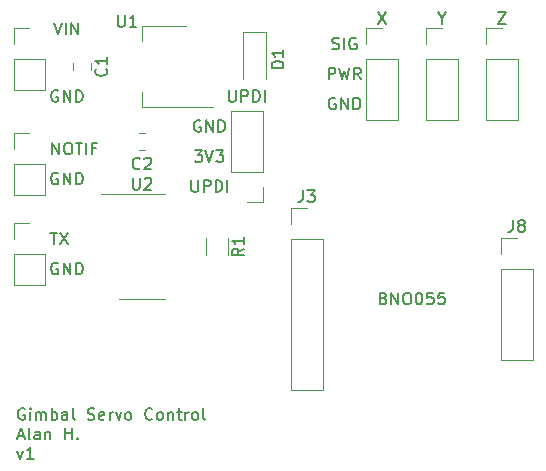
<source format=gbr>
%TF.GenerationSoftware,KiCad,Pcbnew,(5.1.9)-1*%
%TF.CreationDate,2022-01-25T19:09:39-05:00*%
%TF.ProjectId,gimbal,67696d62-616c-42e6-9b69-6361645f7063,rev?*%
%TF.SameCoordinates,Original*%
%TF.FileFunction,Legend,Top*%
%TF.FilePolarity,Positive*%
%FSLAX46Y46*%
G04 Gerber Fmt 4.6, Leading zero omitted, Abs format (unit mm)*
G04 Created by KiCad (PCBNEW (5.1.9)-1) date 2022-01-25 19:09:39*
%MOMM*%
%LPD*%
G01*
G04 APERTURE LIST*
%ADD10C,0.150000*%
%ADD11C,0.120000*%
G04 APERTURE END LIST*
D10*
X158885238Y-99623571D02*
X159028095Y-99671190D01*
X159075714Y-99718809D01*
X159123333Y-99814047D01*
X159123333Y-99956904D01*
X159075714Y-100052142D01*
X159028095Y-100099761D01*
X158932857Y-100147380D01*
X158551904Y-100147380D01*
X158551904Y-99147380D01*
X158885238Y-99147380D01*
X158980476Y-99195000D01*
X159028095Y-99242619D01*
X159075714Y-99337857D01*
X159075714Y-99433095D01*
X159028095Y-99528333D01*
X158980476Y-99575952D01*
X158885238Y-99623571D01*
X158551904Y-99623571D01*
X159551904Y-100147380D02*
X159551904Y-99147380D01*
X160123333Y-100147380D01*
X160123333Y-99147380D01*
X160790000Y-99147380D02*
X160980476Y-99147380D01*
X161075714Y-99195000D01*
X161170952Y-99290238D01*
X161218571Y-99480714D01*
X161218571Y-99814047D01*
X161170952Y-100004523D01*
X161075714Y-100099761D01*
X160980476Y-100147380D01*
X160790000Y-100147380D01*
X160694761Y-100099761D01*
X160599523Y-100004523D01*
X160551904Y-99814047D01*
X160551904Y-99480714D01*
X160599523Y-99290238D01*
X160694761Y-99195000D01*
X160790000Y-99147380D01*
X161837619Y-99147380D02*
X161932857Y-99147380D01*
X162028095Y-99195000D01*
X162075714Y-99242619D01*
X162123333Y-99337857D01*
X162170952Y-99528333D01*
X162170952Y-99766428D01*
X162123333Y-99956904D01*
X162075714Y-100052142D01*
X162028095Y-100099761D01*
X161932857Y-100147380D01*
X161837619Y-100147380D01*
X161742380Y-100099761D01*
X161694761Y-100052142D01*
X161647142Y-99956904D01*
X161599523Y-99766428D01*
X161599523Y-99528333D01*
X161647142Y-99337857D01*
X161694761Y-99242619D01*
X161742380Y-99195000D01*
X161837619Y-99147380D01*
X163075714Y-99147380D02*
X162599523Y-99147380D01*
X162551904Y-99623571D01*
X162599523Y-99575952D01*
X162694761Y-99528333D01*
X162932857Y-99528333D01*
X163028095Y-99575952D01*
X163075714Y-99623571D01*
X163123333Y-99718809D01*
X163123333Y-99956904D01*
X163075714Y-100052142D01*
X163028095Y-100099761D01*
X162932857Y-100147380D01*
X162694761Y-100147380D01*
X162599523Y-100099761D01*
X162551904Y-100052142D01*
X164028095Y-99147380D02*
X163551904Y-99147380D01*
X163504285Y-99623571D01*
X163551904Y-99575952D01*
X163647142Y-99528333D01*
X163885238Y-99528333D01*
X163980476Y-99575952D01*
X164028095Y-99623571D01*
X164075714Y-99718809D01*
X164075714Y-99956904D01*
X164028095Y-100052142D01*
X163980476Y-100099761D01*
X163885238Y-100147380D01*
X163647142Y-100147380D01*
X163551904Y-100099761D01*
X163504285Y-100052142D01*
X128494404Y-108975000D02*
X128399166Y-108927380D01*
X128256309Y-108927380D01*
X128113452Y-108975000D01*
X128018214Y-109070238D01*
X127970595Y-109165476D01*
X127922976Y-109355952D01*
X127922976Y-109498809D01*
X127970595Y-109689285D01*
X128018214Y-109784523D01*
X128113452Y-109879761D01*
X128256309Y-109927380D01*
X128351547Y-109927380D01*
X128494404Y-109879761D01*
X128542023Y-109832142D01*
X128542023Y-109498809D01*
X128351547Y-109498809D01*
X128970595Y-109927380D02*
X128970595Y-109260714D01*
X128970595Y-108927380D02*
X128922976Y-108975000D01*
X128970595Y-109022619D01*
X129018214Y-108975000D01*
X128970595Y-108927380D01*
X128970595Y-109022619D01*
X129446785Y-109927380D02*
X129446785Y-109260714D01*
X129446785Y-109355952D02*
X129494404Y-109308333D01*
X129589642Y-109260714D01*
X129732500Y-109260714D01*
X129827738Y-109308333D01*
X129875357Y-109403571D01*
X129875357Y-109927380D01*
X129875357Y-109403571D02*
X129922976Y-109308333D01*
X130018214Y-109260714D01*
X130161071Y-109260714D01*
X130256309Y-109308333D01*
X130303928Y-109403571D01*
X130303928Y-109927380D01*
X130780119Y-109927380D02*
X130780119Y-108927380D01*
X130780119Y-109308333D02*
X130875357Y-109260714D01*
X131065833Y-109260714D01*
X131161071Y-109308333D01*
X131208690Y-109355952D01*
X131256309Y-109451190D01*
X131256309Y-109736904D01*
X131208690Y-109832142D01*
X131161071Y-109879761D01*
X131065833Y-109927380D01*
X130875357Y-109927380D01*
X130780119Y-109879761D01*
X132113452Y-109927380D02*
X132113452Y-109403571D01*
X132065833Y-109308333D01*
X131970595Y-109260714D01*
X131780119Y-109260714D01*
X131684880Y-109308333D01*
X132113452Y-109879761D02*
X132018214Y-109927380D01*
X131780119Y-109927380D01*
X131684880Y-109879761D01*
X131637261Y-109784523D01*
X131637261Y-109689285D01*
X131684880Y-109594047D01*
X131780119Y-109546428D01*
X132018214Y-109546428D01*
X132113452Y-109498809D01*
X132732500Y-109927380D02*
X132637261Y-109879761D01*
X132589642Y-109784523D01*
X132589642Y-108927380D01*
X133827738Y-109879761D02*
X133970595Y-109927380D01*
X134208690Y-109927380D01*
X134303928Y-109879761D01*
X134351547Y-109832142D01*
X134399166Y-109736904D01*
X134399166Y-109641666D01*
X134351547Y-109546428D01*
X134303928Y-109498809D01*
X134208690Y-109451190D01*
X134018214Y-109403571D01*
X133922976Y-109355952D01*
X133875357Y-109308333D01*
X133827738Y-109213095D01*
X133827738Y-109117857D01*
X133875357Y-109022619D01*
X133922976Y-108975000D01*
X134018214Y-108927380D01*
X134256309Y-108927380D01*
X134399166Y-108975000D01*
X135208690Y-109879761D02*
X135113452Y-109927380D01*
X134922976Y-109927380D01*
X134827738Y-109879761D01*
X134780119Y-109784523D01*
X134780119Y-109403571D01*
X134827738Y-109308333D01*
X134922976Y-109260714D01*
X135113452Y-109260714D01*
X135208690Y-109308333D01*
X135256309Y-109403571D01*
X135256309Y-109498809D01*
X134780119Y-109594047D01*
X135684880Y-109927380D02*
X135684880Y-109260714D01*
X135684880Y-109451190D02*
X135732500Y-109355952D01*
X135780119Y-109308333D01*
X135875357Y-109260714D01*
X135970595Y-109260714D01*
X136208690Y-109260714D02*
X136446785Y-109927380D01*
X136684880Y-109260714D01*
X137208690Y-109927380D02*
X137113452Y-109879761D01*
X137065833Y-109832142D01*
X137018214Y-109736904D01*
X137018214Y-109451190D01*
X137065833Y-109355952D01*
X137113452Y-109308333D01*
X137208690Y-109260714D01*
X137351547Y-109260714D01*
X137446785Y-109308333D01*
X137494404Y-109355952D01*
X137542023Y-109451190D01*
X137542023Y-109736904D01*
X137494404Y-109832142D01*
X137446785Y-109879761D01*
X137351547Y-109927380D01*
X137208690Y-109927380D01*
X139303928Y-109832142D02*
X139256309Y-109879761D01*
X139113452Y-109927380D01*
X139018214Y-109927380D01*
X138875357Y-109879761D01*
X138780119Y-109784523D01*
X138732500Y-109689285D01*
X138684880Y-109498809D01*
X138684880Y-109355952D01*
X138732500Y-109165476D01*
X138780119Y-109070238D01*
X138875357Y-108975000D01*
X139018214Y-108927380D01*
X139113452Y-108927380D01*
X139256309Y-108975000D01*
X139303928Y-109022619D01*
X139875357Y-109927380D02*
X139780119Y-109879761D01*
X139732500Y-109832142D01*
X139684880Y-109736904D01*
X139684880Y-109451190D01*
X139732500Y-109355952D01*
X139780119Y-109308333D01*
X139875357Y-109260714D01*
X140018214Y-109260714D01*
X140113452Y-109308333D01*
X140161071Y-109355952D01*
X140208690Y-109451190D01*
X140208690Y-109736904D01*
X140161071Y-109832142D01*
X140113452Y-109879761D01*
X140018214Y-109927380D01*
X139875357Y-109927380D01*
X140637261Y-109260714D02*
X140637261Y-109927380D01*
X140637261Y-109355952D02*
X140684880Y-109308333D01*
X140780119Y-109260714D01*
X140922976Y-109260714D01*
X141018214Y-109308333D01*
X141065833Y-109403571D01*
X141065833Y-109927380D01*
X141399166Y-109260714D02*
X141780119Y-109260714D01*
X141542023Y-108927380D02*
X141542023Y-109784523D01*
X141589642Y-109879761D01*
X141684880Y-109927380D01*
X141780119Y-109927380D01*
X142113452Y-109927380D02*
X142113452Y-109260714D01*
X142113452Y-109451190D02*
X142161071Y-109355952D01*
X142208690Y-109308333D01*
X142303928Y-109260714D01*
X142399166Y-109260714D01*
X142875357Y-109927380D02*
X142780119Y-109879761D01*
X142732500Y-109832142D01*
X142684880Y-109736904D01*
X142684880Y-109451190D01*
X142732500Y-109355952D01*
X142780119Y-109308333D01*
X142875357Y-109260714D01*
X143018214Y-109260714D01*
X143113452Y-109308333D01*
X143161071Y-109355952D01*
X143208690Y-109451190D01*
X143208690Y-109736904D01*
X143161071Y-109832142D01*
X143113452Y-109879761D01*
X143018214Y-109927380D01*
X142875357Y-109927380D01*
X143780119Y-109927380D02*
X143684880Y-109879761D01*
X143637261Y-109784523D01*
X143637261Y-108927380D01*
X127922976Y-111291666D02*
X128399166Y-111291666D01*
X127827738Y-111577380D02*
X128161071Y-110577380D01*
X128494404Y-111577380D01*
X128970595Y-111577380D02*
X128875357Y-111529761D01*
X128827738Y-111434523D01*
X128827738Y-110577380D01*
X129780119Y-111577380D02*
X129780119Y-111053571D01*
X129732500Y-110958333D01*
X129637261Y-110910714D01*
X129446785Y-110910714D01*
X129351547Y-110958333D01*
X129780119Y-111529761D02*
X129684880Y-111577380D01*
X129446785Y-111577380D01*
X129351547Y-111529761D01*
X129303928Y-111434523D01*
X129303928Y-111339285D01*
X129351547Y-111244047D01*
X129446785Y-111196428D01*
X129684880Y-111196428D01*
X129780119Y-111148809D01*
X130256309Y-110910714D02*
X130256309Y-111577380D01*
X130256309Y-111005952D02*
X130303928Y-110958333D01*
X130399166Y-110910714D01*
X130542023Y-110910714D01*
X130637261Y-110958333D01*
X130684880Y-111053571D01*
X130684880Y-111577380D01*
X131922976Y-111577380D02*
X131922976Y-110577380D01*
X131922976Y-111053571D02*
X132494404Y-111053571D01*
X132494404Y-111577380D02*
X132494404Y-110577380D01*
X132970595Y-111482142D02*
X133018214Y-111529761D01*
X132970595Y-111577380D01*
X132922976Y-111529761D01*
X132970595Y-111482142D01*
X132970595Y-111577380D01*
X127875357Y-112560714D02*
X128113452Y-113227380D01*
X128351547Y-112560714D01*
X129256309Y-113227380D02*
X128684880Y-113227380D01*
X128970595Y-113227380D02*
X128970595Y-112227380D01*
X128875357Y-112370238D01*
X128780119Y-112465476D01*
X128684880Y-112513095D01*
X145796190Y-82002380D02*
X145796190Y-82811904D01*
X145843809Y-82907142D01*
X145891428Y-82954761D01*
X145986666Y-83002380D01*
X146177142Y-83002380D01*
X146272380Y-82954761D01*
X146320000Y-82907142D01*
X146367619Y-82811904D01*
X146367619Y-82002380D01*
X146843809Y-83002380D02*
X146843809Y-82002380D01*
X147224761Y-82002380D01*
X147320000Y-82050000D01*
X147367619Y-82097619D01*
X147415238Y-82192857D01*
X147415238Y-82335714D01*
X147367619Y-82430952D01*
X147320000Y-82478571D01*
X147224761Y-82526190D01*
X146843809Y-82526190D01*
X147843809Y-83002380D02*
X147843809Y-82002380D01*
X148081904Y-82002380D01*
X148224761Y-82050000D01*
X148320000Y-82145238D01*
X148367619Y-82240476D01*
X148415238Y-82430952D01*
X148415238Y-82573809D01*
X148367619Y-82764285D01*
X148320000Y-82859523D01*
X148224761Y-82954761D01*
X148081904Y-83002380D01*
X147843809Y-83002380D01*
X148843809Y-83002380D02*
X148843809Y-82002380D01*
X131318095Y-96655000D02*
X131222857Y-96607380D01*
X131080000Y-96607380D01*
X130937142Y-96655000D01*
X130841904Y-96750238D01*
X130794285Y-96845476D01*
X130746666Y-97035952D01*
X130746666Y-97178809D01*
X130794285Y-97369285D01*
X130841904Y-97464523D01*
X130937142Y-97559761D01*
X131080000Y-97607380D01*
X131175238Y-97607380D01*
X131318095Y-97559761D01*
X131365714Y-97512142D01*
X131365714Y-97178809D01*
X131175238Y-97178809D01*
X131794285Y-97607380D02*
X131794285Y-96607380D01*
X132365714Y-97607380D01*
X132365714Y-96607380D01*
X132841904Y-97607380D02*
X132841904Y-96607380D01*
X133080000Y-96607380D01*
X133222857Y-96655000D01*
X133318095Y-96750238D01*
X133365714Y-96845476D01*
X133413333Y-97035952D01*
X133413333Y-97178809D01*
X133365714Y-97369285D01*
X133318095Y-97464523D01*
X133222857Y-97559761D01*
X133080000Y-97607380D01*
X132841904Y-97607380D01*
X130683095Y-94067380D02*
X131254523Y-94067380D01*
X130968809Y-95067380D02*
X130968809Y-94067380D01*
X131492619Y-94067380D02*
X132159285Y-95067380D01*
X132159285Y-94067380D02*
X131492619Y-95067380D01*
X131318095Y-89035000D02*
X131222857Y-88987380D01*
X131080000Y-88987380D01*
X130937142Y-89035000D01*
X130841904Y-89130238D01*
X130794285Y-89225476D01*
X130746666Y-89415952D01*
X130746666Y-89558809D01*
X130794285Y-89749285D01*
X130841904Y-89844523D01*
X130937142Y-89939761D01*
X131080000Y-89987380D01*
X131175238Y-89987380D01*
X131318095Y-89939761D01*
X131365714Y-89892142D01*
X131365714Y-89558809D01*
X131175238Y-89558809D01*
X131794285Y-89987380D02*
X131794285Y-88987380D01*
X132365714Y-89987380D01*
X132365714Y-88987380D01*
X132841904Y-89987380D02*
X132841904Y-88987380D01*
X133080000Y-88987380D01*
X133222857Y-89035000D01*
X133318095Y-89130238D01*
X133365714Y-89225476D01*
X133413333Y-89415952D01*
X133413333Y-89558809D01*
X133365714Y-89749285D01*
X133318095Y-89844523D01*
X133222857Y-89939761D01*
X133080000Y-89987380D01*
X132841904Y-89987380D01*
X130857857Y-87447380D02*
X130857857Y-86447380D01*
X131429285Y-87447380D01*
X131429285Y-86447380D01*
X132095952Y-86447380D02*
X132286428Y-86447380D01*
X132381666Y-86495000D01*
X132476904Y-86590238D01*
X132524523Y-86780714D01*
X132524523Y-87114047D01*
X132476904Y-87304523D01*
X132381666Y-87399761D01*
X132286428Y-87447380D01*
X132095952Y-87447380D01*
X132000714Y-87399761D01*
X131905476Y-87304523D01*
X131857857Y-87114047D01*
X131857857Y-86780714D01*
X131905476Y-86590238D01*
X132000714Y-86495000D01*
X132095952Y-86447380D01*
X132810238Y-86447380D02*
X133381666Y-86447380D01*
X133095952Y-87447380D02*
X133095952Y-86447380D01*
X133715000Y-87447380D02*
X133715000Y-86447380D01*
X134524523Y-86923571D02*
X134191190Y-86923571D01*
X134191190Y-87447380D02*
X134191190Y-86447380D01*
X134667380Y-86447380D01*
X131318095Y-82050000D02*
X131222857Y-82002380D01*
X131080000Y-82002380D01*
X130937142Y-82050000D01*
X130841904Y-82145238D01*
X130794285Y-82240476D01*
X130746666Y-82430952D01*
X130746666Y-82573809D01*
X130794285Y-82764285D01*
X130841904Y-82859523D01*
X130937142Y-82954761D01*
X131080000Y-83002380D01*
X131175238Y-83002380D01*
X131318095Y-82954761D01*
X131365714Y-82907142D01*
X131365714Y-82573809D01*
X131175238Y-82573809D01*
X131794285Y-83002380D02*
X131794285Y-82002380D01*
X132365714Y-83002380D01*
X132365714Y-82002380D01*
X132841904Y-83002380D02*
X132841904Y-82002380D01*
X133080000Y-82002380D01*
X133222857Y-82050000D01*
X133318095Y-82145238D01*
X133365714Y-82240476D01*
X133413333Y-82430952D01*
X133413333Y-82573809D01*
X133365714Y-82764285D01*
X133318095Y-82859523D01*
X133222857Y-82954761D01*
X133080000Y-83002380D01*
X132841904Y-83002380D01*
X154813095Y-82685000D02*
X154717857Y-82637380D01*
X154575000Y-82637380D01*
X154432142Y-82685000D01*
X154336904Y-82780238D01*
X154289285Y-82875476D01*
X154241666Y-83065952D01*
X154241666Y-83208809D01*
X154289285Y-83399285D01*
X154336904Y-83494523D01*
X154432142Y-83589761D01*
X154575000Y-83637380D01*
X154670238Y-83637380D01*
X154813095Y-83589761D01*
X154860714Y-83542142D01*
X154860714Y-83208809D01*
X154670238Y-83208809D01*
X155289285Y-83637380D02*
X155289285Y-82637380D01*
X155860714Y-83637380D01*
X155860714Y-82637380D01*
X156336904Y-83637380D02*
X156336904Y-82637380D01*
X156575000Y-82637380D01*
X156717857Y-82685000D01*
X156813095Y-82780238D01*
X156860714Y-82875476D01*
X156908333Y-83065952D01*
X156908333Y-83208809D01*
X156860714Y-83399285D01*
X156813095Y-83494523D01*
X156717857Y-83589761D01*
X156575000Y-83637380D01*
X156336904Y-83637380D01*
X154241666Y-81097380D02*
X154241666Y-80097380D01*
X154622619Y-80097380D01*
X154717857Y-80145000D01*
X154765476Y-80192619D01*
X154813095Y-80287857D01*
X154813095Y-80430714D01*
X154765476Y-80525952D01*
X154717857Y-80573571D01*
X154622619Y-80621190D01*
X154241666Y-80621190D01*
X155146428Y-80097380D02*
X155384523Y-81097380D01*
X155575000Y-80383095D01*
X155765476Y-81097380D01*
X156003571Y-80097380D01*
X156955952Y-81097380D02*
X156622619Y-80621190D01*
X156384523Y-81097380D02*
X156384523Y-80097380D01*
X156765476Y-80097380D01*
X156860714Y-80145000D01*
X156908333Y-80192619D01*
X156955952Y-80287857D01*
X156955952Y-80430714D01*
X156908333Y-80525952D01*
X156860714Y-80573571D01*
X156765476Y-80621190D01*
X156384523Y-80621190D01*
X154551190Y-78509761D02*
X154694047Y-78557380D01*
X154932142Y-78557380D01*
X155027380Y-78509761D01*
X155075000Y-78462142D01*
X155122619Y-78366904D01*
X155122619Y-78271666D01*
X155075000Y-78176428D01*
X155027380Y-78128809D01*
X154932142Y-78081190D01*
X154741666Y-78033571D01*
X154646428Y-77985952D01*
X154598809Y-77938333D01*
X154551190Y-77843095D01*
X154551190Y-77747857D01*
X154598809Y-77652619D01*
X154646428Y-77605000D01*
X154741666Y-77557380D01*
X154979761Y-77557380D01*
X155122619Y-77605000D01*
X155551190Y-78557380D02*
X155551190Y-77557380D01*
X156551190Y-77605000D02*
X156455952Y-77557380D01*
X156313095Y-77557380D01*
X156170238Y-77605000D01*
X156075000Y-77700238D01*
X156027380Y-77795476D01*
X155979761Y-77985952D01*
X155979761Y-78128809D01*
X156027380Y-78319285D01*
X156075000Y-78414523D01*
X156170238Y-78509761D01*
X156313095Y-78557380D01*
X156408333Y-78557380D01*
X156551190Y-78509761D01*
X156598809Y-78462142D01*
X156598809Y-78128809D01*
X156408333Y-78128809D01*
X142621190Y-89622380D02*
X142621190Y-90431904D01*
X142668809Y-90527142D01*
X142716428Y-90574761D01*
X142811666Y-90622380D01*
X143002142Y-90622380D01*
X143097380Y-90574761D01*
X143145000Y-90527142D01*
X143192619Y-90431904D01*
X143192619Y-89622380D01*
X143668809Y-90622380D02*
X143668809Y-89622380D01*
X144049761Y-89622380D01*
X144145000Y-89670000D01*
X144192619Y-89717619D01*
X144240238Y-89812857D01*
X144240238Y-89955714D01*
X144192619Y-90050952D01*
X144145000Y-90098571D01*
X144049761Y-90146190D01*
X143668809Y-90146190D01*
X144668809Y-90622380D02*
X144668809Y-89622380D01*
X144906904Y-89622380D01*
X145049761Y-89670000D01*
X145145000Y-89765238D01*
X145192619Y-89860476D01*
X145240238Y-90050952D01*
X145240238Y-90193809D01*
X145192619Y-90384285D01*
X145145000Y-90479523D01*
X145049761Y-90574761D01*
X144906904Y-90622380D01*
X144668809Y-90622380D01*
X145668809Y-90622380D02*
X145668809Y-89622380D01*
X142906904Y-87082380D02*
X143525952Y-87082380D01*
X143192619Y-87463333D01*
X143335476Y-87463333D01*
X143430714Y-87510952D01*
X143478333Y-87558571D01*
X143525952Y-87653809D01*
X143525952Y-87891904D01*
X143478333Y-87987142D01*
X143430714Y-88034761D01*
X143335476Y-88082380D01*
X143049761Y-88082380D01*
X142954523Y-88034761D01*
X142906904Y-87987142D01*
X143811666Y-87082380D02*
X144145000Y-88082380D01*
X144478333Y-87082380D01*
X144716428Y-87082380D02*
X145335476Y-87082380D01*
X145002142Y-87463333D01*
X145145000Y-87463333D01*
X145240238Y-87510952D01*
X145287857Y-87558571D01*
X145335476Y-87653809D01*
X145335476Y-87891904D01*
X145287857Y-87987142D01*
X145240238Y-88034761D01*
X145145000Y-88082380D01*
X144859285Y-88082380D01*
X144764047Y-88034761D01*
X144716428Y-87987142D01*
X143383095Y-84590000D02*
X143287857Y-84542380D01*
X143145000Y-84542380D01*
X143002142Y-84590000D01*
X142906904Y-84685238D01*
X142859285Y-84780476D01*
X142811666Y-84970952D01*
X142811666Y-85113809D01*
X142859285Y-85304285D01*
X142906904Y-85399523D01*
X143002142Y-85494761D01*
X143145000Y-85542380D01*
X143240238Y-85542380D01*
X143383095Y-85494761D01*
X143430714Y-85447142D01*
X143430714Y-85113809D01*
X143240238Y-85113809D01*
X143859285Y-85542380D02*
X143859285Y-84542380D01*
X144430714Y-85542380D01*
X144430714Y-84542380D01*
X144906904Y-85542380D02*
X144906904Y-84542380D01*
X145145000Y-84542380D01*
X145287857Y-84590000D01*
X145383095Y-84685238D01*
X145430714Y-84780476D01*
X145478333Y-84970952D01*
X145478333Y-85113809D01*
X145430714Y-85304285D01*
X145383095Y-85399523D01*
X145287857Y-85494761D01*
X145145000Y-85542380D01*
X144906904Y-85542380D01*
X130984761Y-76287380D02*
X131318095Y-77287380D01*
X131651428Y-76287380D01*
X131984761Y-77287380D02*
X131984761Y-76287380D01*
X132460952Y-77287380D02*
X132460952Y-76287380D01*
X133032380Y-77287380D01*
X133032380Y-76287380D01*
X168576666Y-75398380D02*
X169243333Y-75398380D01*
X168576666Y-76398380D01*
X169243333Y-76398380D01*
X163830000Y-75922190D02*
X163830000Y-76398380D01*
X163496666Y-75398380D02*
X163830000Y-75922190D01*
X164163333Y-75398380D01*
X158416666Y-75398380D02*
X159083333Y-76398380D01*
X159083333Y-75398380D02*
X158416666Y-76398380D01*
D11*
%TO.C,U2*%
X138430000Y-99685000D02*
X140380000Y-99685000D01*
X138430000Y-99685000D02*
X136480000Y-99685000D01*
X138430000Y-90815000D02*
X140380000Y-90815000D01*
X138430000Y-90815000D02*
X134980000Y-90815000D01*
%TO.C,U1*%
X138425000Y-76600000D02*
X138425000Y-77860000D01*
X138425000Y-83420000D02*
X138425000Y-82160000D01*
X142185000Y-76600000D02*
X138425000Y-76600000D01*
X144435000Y-83420000D02*
X138425000Y-83420000D01*
%TO.C,R1*%
X145690000Y-94522936D02*
X145690000Y-95977064D01*
X143870000Y-94522936D02*
X143870000Y-95977064D01*
%TO.C,J9*%
X167580000Y-84515000D02*
X170240000Y-84515000D01*
X167580000Y-79375000D02*
X167580000Y-84515000D01*
X170240000Y-79375000D02*
X170240000Y-84515000D01*
X167580000Y-79375000D02*
X170240000Y-79375000D01*
X167580000Y-78105000D02*
X167580000Y-76775000D01*
X167580000Y-76775000D02*
X168910000Y-76775000D01*
%TO.C,J8*%
X168850000Y-104835000D02*
X171510000Y-104835000D01*
X168850000Y-97155000D02*
X168850000Y-104835000D01*
X171510000Y-97155000D02*
X171510000Y-104835000D01*
X168850000Y-97155000D02*
X171510000Y-97155000D01*
X168850000Y-95885000D02*
X168850000Y-94555000D01*
X168850000Y-94555000D02*
X170180000Y-94555000D01*
%TO.C,J7*%
X162500000Y-84515000D02*
X165160000Y-84515000D01*
X162500000Y-79375000D02*
X162500000Y-84515000D01*
X165160000Y-79375000D02*
X165160000Y-84515000D01*
X162500000Y-79375000D02*
X165160000Y-79375000D01*
X162500000Y-78105000D02*
X162500000Y-76775000D01*
X162500000Y-76775000D02*
X163830000Y-76775000D01*
%TO.C,J6*%
X127575000Y-90865000D02*
X130235000Y-90865000D01*
X127575000Y-88265000D02*
X127575000Y-90865000D01*
X130235000Y-88265000D02*
X130235000Y-90865000D01*
X127575000Y-88265000D02*
X130235000Y-88265000D01*
X127575000Y-86995000D02*
X127575000Y-85665000D01*
X127575000Y-85665000D02*
X128905000Y-85665000D01*
%TO.C,J5*%
X127575000Y-98485000D02*
X130235000Y-98485000D01*
X127575000Y-95885000D02*
X127575000Y-98485000D01*
X130235000Y-95885000D02*
X130235000Y-98485000D01*
X127575000Y-95885000D02*
X130235000Y-95885000D01*
X127575000Y-94615000D02*
X127575000Y-93285000D01*
X127575000Y-93285000D02*
X128905000Y-93285000D01*
%TO.C,J4*%
X157420000Y-84515000D02*
X160080000Y-84515000D01*
X157420000Y-79375000D02*
X157420000Y-84515000D01*
X160080000Y-79375000D02*
X160080000Y-84515000D01*
X157420000Y-79375000D02*
X160080000Y-79375000D01*
X157420000Y-78105000D02*
X157420000Y-76775000D01*
X157420000Y-76775000D02*
X158750000Y-76775000D01*
%TO.C,J3*%
X151070000Y-107375000D02*
X153730000Y-107375000D01*
X151070000Y-94615000D02*
X151070000Y-107375000D01*
X153730000Y-94615000D02*
X153730000Y-107375000D01*
X151070000Y-94615000D02*
X153730000Y-94615000D01*
X151070000Y-93345000D02*
X151070000Y-92015000D01*
X151070000Y-92015000D02*
X152400000Y-92015000D01*
%TO.C,J2*%
X148650000Y-83760000D02*
X145990000Y-83760000D01*
X148650000Y-88900000D02*
X148650000Y-83760000D01*
X145990000Y-88900000D02*
X145990000Y-83760000D01*
X148650000Y-88900000D02*
X145990000Y-88900000D01*
X148650000Y-90170000D02*
X148650000Y-91500000D01*
X148650000Y-91500000D02*
X147320000Y-91500000D01*
%TO.C,J1*%
X127575000Y-81975000D02*
X130235000Y-81975000D01*
X127575000Y-79375000D02*
X127575000Y-81975000D01*
X130235000Y-79375000D02*
X130235000Y-81975000D01*
X127575000Y-79375000D02*
X130235000Y-79375000D01*
X127575000Y-78105000D02*
X127575000Y-76775000D01*
X127575000Y-76775000D02*
X128905000Y-76775000D01*
%TO.C,D1*%
X148955000Y-77125000D02*
X146955000Y-77125000D01*
X146955000Y-77125000D02*
X146955000Y-81025000D01*
X148955000Y-77125000D02*
X148955000Y-81025000D01*
%TO.C,C2*%
X138168748Y-85625000D02*
X138691252Y-85625000D01*
X138168748Y-87095000D02*
X138691252Y-87095000D01*
%TO.C,C1*%
X134085000Y-79748748D02*
X134085000Y-80271252D01*
X132615000Y-79748748D02*
X132615000Y-80271252D01*
%TO.C,U2*%
D10*
X137668095Y-89422380D02*
X137668095Y-90231904D01*
X137715714Y-90327142D01*
X137763333Y-90374761D01*
X137858571Y-90422380D01*
X138049047Y-90422380D01*
X138144285Y-90374761D01*
X138191904Y-90327142D01*
X138239523Y-90231904D01*
X138239523Y-89422380D01*
X138668095Y-89517619D02*
X138715714Y-89470000D01*
X138810952Y-89422380D01*
X139049047Y-89422380D01*
X139144285Y-89470000D01*
X139191904Y-89517619D01*
X139239523Y-89612857D01*
X139239523Y-89708095D01*
X139191904Y-89850952D01*
X138620476Y-90422380D01*
X139239523Y-90422380D01*
%TO.C,U1*%
X136398095Y-75652380D02*
X136398095Y-76461904D01*
X136445714Y-76557142D01*
X136493333Y-76604761D01*
X136588571Y-76652380D01*
X136779047Y-76652380D01*
X136874285Y-76604761D01*
X136921904Y-76557142D01*
X136969523Y-76461904D01*
X136969523Y-75652380D01*
X137969523Y-76652380D02*
X137398095Y-76652380D01*
X137683809Y-76652380D02*
X137683809Y-75652380D01*
X137588571Y-75795238D01*
X137493333Y-75890476D01*
X137398095Y-75938095D01*
%TO.C,R1*%
X147052380Y-95416666D02*
X146576190Y-95750000D01*
X147052380Y-95988095D02*
X146052380Y-95988095D01*
X146052380Y-95607142D01*
X146100000Y-95511904D01*
X146147619Y-95464285D01*
X146242857Y-95416666D01*
X146385714Y-95416666D01*
X146480952Y-95464285D01*
X146528571Y-95511904D01*
X146576190Y-95607142D01*
X146576190Y-95988095D01*
X147052380Y-94464285D02*
X147052380Y-95035714D01*
X147052380Y-94750000D02*
X146052380Y-94750000D01*
X146195238Y-94845238D01*
X146290476Y-94940476D01*
X146338095Y-95035714D01*
%TO.C,J8*%
X169846666Y-93007380D02*
X169846666Y-93721666D01*
X169799047Y-93864523D01*
X169703809Y-93959761D01*
X169560952Y-94007380D01*
X169465714Y-94007380D01*
X170465714Y-93435952D02*
X170370476Y-93388333D01*
X170322857Y-93340714D01*
X170275238Y-93245476D01*
X170275238Y-93197857D01*
X170322857Y-93102619D01*
X170370476Y-93055000D01*
X170465714Y-93007380D01*
X170656190Y-93007380D01*
X170751428Y-93055000D01*
X170799047Y-93102619D01*
X170846666Y-93197857D01*
X170846666Y-93245476D01*
X170799047Y-93340714D01*
X170751428Y-93388333D01*
X170656190Y-93435952D01*
X170465714Y-93435952D01*
X170370476Y-93483571D01*
X170322857Y-93531190D01*
X170275238Y-93626428D01*
X170275238Y-93816904D01*
X170322857Y-93912142D01*
X170370476Y-93959761D01*
X170465714Y-94007380D01*
X170656190Y-94007380D01*
X170751428Y-93959761D01*
X170799047Y-93912142D01*
X170846666Y-93816904D01*
X170846666Y-93626428D01*
X170799047Y-93531190D01*
X170751428Y-93483571D01*
X170656190Y-93435952D01*
%TO.C,J3*%
X152066666Y-90467380D02*
X152066666Y-91181666D01*
X152019047Y-91324523D01*
X151923809Y-91419761D01*
X151780952Y-91467380D01*
X151685714Y-91467380D01*
X152447619Y-90467380D02*
X153066666Y-90467380D01*
X152733333Y-90848333D01*
X152876190Y-90848333D01*
X152971428Y-90895952D01*
X153019047Y-90943571D01*
X153066666Y-91038809D01*
X153066666Y-91276904D01*
X153019047Y-91372142D01*
X152971428Y-91419761D01*
X152876190Y-91467380D01*
X152590476Y-91467380D01*
X152495238Y-91419761D01*
X152447619Y-91372142D01*
%TO.C,D1*%
X150407380Y-80113095D02*
X149407380Y-80113095D01*
X149407380Y-79875000D01*
X149455000Y-79732142D01*
X149550238Y-79636904D01*
X149645476Y-79589285D01*
X149835952Y-79541666D01*
X149978809Y-79541666D01*
X150169285Y-79589285D01*
X150264523Y-79636904D01*
X150359761Y-79732142D01*
X150407380Y-79875000D01*
X150407380Y-80113095D01*
X150407380Y-78589285D02*
X150407380Y-79160714D01*
X150407380Y-78875000D02*
X149407380Y-78875000D01*
X149550238Y-78970238D01*
X149645476Y-79065476D01*
X149693095Y-79160714D01*
%TO.C,C2*%
X138263333Y-88622142D02*
X138215714Y-88669761D01*
X138072857Y-88717380D01*
X137977619Y-88717380D01*
X137834761Y-88669761D01*
X137739523Y-88574523D01*
X137691904Y-88479285D01*
X137644285Y-88288809D01*
X137644285Y-88145952D01*
X137691904Y-87955476D01*
X137739523Y-87860238D01*
X137834761Y-87765000D01*
X137977619Y-87717380D01*
X138072857Y-87717380D01*
X138215714Y-87765000D01*
X138263333Y-87812619D01*
X138644285Y-87812619D02*
X138691904Y-87765000D01*
X138787142Y-87717380D01*
X139025238Y-87717380D01*
X139120476Y-87765000D01*
X139168095Y-87812619D01*
X139215714Y-87907857D01*
X139215714Y-88003095D01*
X139168095Y-88145952D01*
X138596666Y-88717380D01*
X139215714Y-88717380D01*
%TO.C,C1*%
X135387142Y-80176666D02*
X135434761Y-80224285D01*
X135482380Y-80367142D01*
X135482380Y-80462380D01*
X135434761Y-80605238D01*
X135339523Y-80700476D01*
X135244285Y-80748095D01*
X135053809Y-80795714D01*
X134910952Y-80795714D01*
X134720476Y-80748095D01*
X134625238Y-80700476D01*
X134530000Y-80605238D01*
X134482380Y-80462380D01*
X134482380Y-80367142D01*
X134530000Y-80224285D01*
X134577619Y-80176666D01*
X135482380Y-79224285D02*
X135482380Y-79795714D01*
X135482380Y-79510000D02*
X134482380Y-79510000D01*
X134625238Y-79605238D01*
X134720476Y-79700476D01*
X134768095Y-79795714D01*
%TD*%
M02*

</source>
